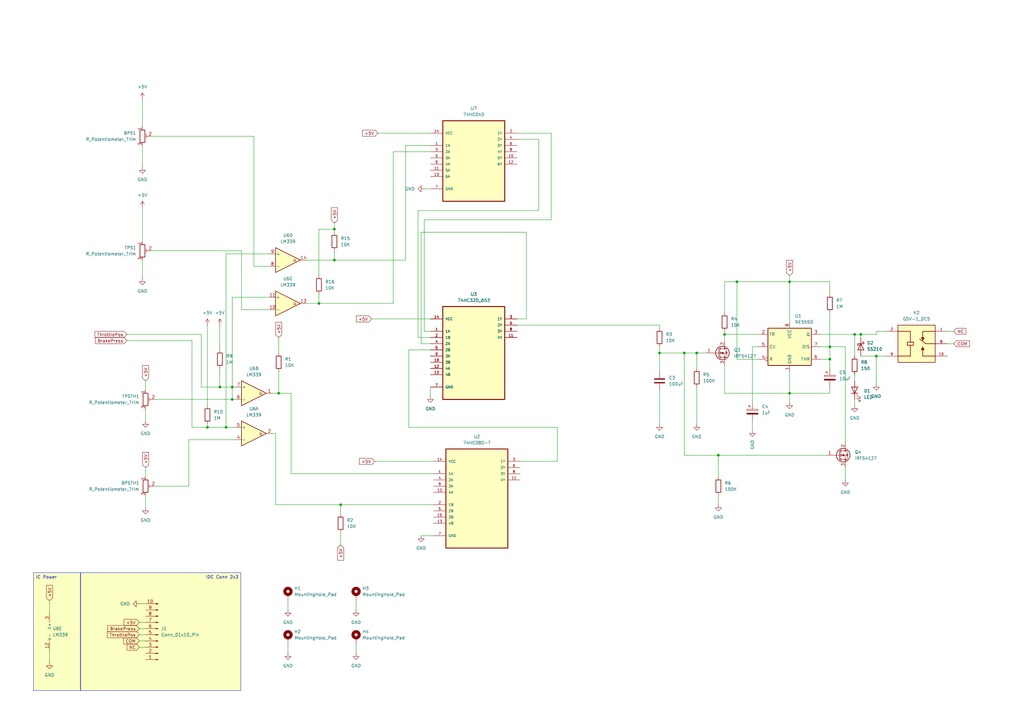
<source format=kicad_sch>
(kicad_sch (version 20231120) (generator "eeschema") (generator_version "8.0")
  (paper "A3")
  (title_block (title "BSPD Bimasakti Racing Team BM-13 Hybrid Evo") (date "2025-01-08") (company "Bimasakti Racing Team"))
  (lib_symbols
    (symbol "74HC04D:74HC04D" (pin_names (offset 1.016))
      (property "Reference" "U" (at -5.4472 15.2217 0))
      (property "Value" "74HC04D" (at -4.5244 -24.9604 0))
      (symbol "74HC04D_0_0"
        (rectangle (start -12.7 -20.32) (end 12.7 12.7) (stroke (width 0.4064)) (fill (type background)))
        (pin input line (at -17.78 2.54 0) (length 5.08) (name "1A") (number "1"))
        (pin output line (at 17.78 -2.54 180) (length 5.08) (name "5Y") (number "10"))
        (pin input line (at -17.78 -7.62 0) (length 5.08) (name "5A") (number "11"))
        (pin output line (at 17.78 -5.08 180) (length 5.08) (name "6Y") (number "12"))
        (pin input line (at -17.78 -10.16 0) (length 5.08) (name "6A") (number "13"))
        (pin power_in line (at -17.78 7.62 0) (length 5.08) (name "VCC") (number "14"))
        (pin output line (at 17.78 7.62 180) (length 5.08) (name "1Y") (number "2"))
        (pin input line (at -17.78 0 0) (length 5.08) (name "2A") (number "3"))
        (pin output line (at 17.78 5.08 180) (length 5.08) (name "2Y") (number "4"))
        (pin input line (at -17.78 -2.54 0) (length 5.08) (name "3A") (number "5"))
        (pin output line (at 17.78 2.54 180) (length 5.08) (name "3Y") (number "6"))
        (pin passive line (at -17.78 -15.24 0) (length 5.08) (name "GND") (number "7"))
        (pin output line (at 17.78 0 180) (length 5.08) (name "4Y") (number "8"))
        (pin input line (at -17.78 -5.08 0) (length 5.08) (name "4A") (number "9"))
      )
    )
    (symbol "74HC08D-T:74HC08D-T" (pin_names (offset 1.016))
      (property "Reference" "U" (at -5.364 20.5915 0))
      (property "Value" "74HC08D-T" (at -4.3726 -27.659 0))
      (symbol "74HC08D-T_0_0"
        (rectangle (start -12.7 -22.86) (end 12.7 17.78) (stroke (width 0.4064)) (fill (type background)))
        (pin input line (at -17.78 7.62 0) (length 5.08) (name "1A") (number "1"))
        (pin input line (at -17.78 -10.16 0) (length 5.08) (name "3B") (number "10"))
        (pin output line (at 17.78 5.08 180) (length 5.08) (name "4Y") (number "11"))
        (pin input line (at -17.78 0 0) (length 5.08) (name "4A") (number "12"))
        (pin input line (at -17.78 -12.7 0) (length 5.08) (name "4B") (number "13"))
        (pin power_in line (at -17.78 12.7 0) (length 5.08) (name "VCC") (number "14"))
        (pin input line (at -17.78 -5.08 0) (length 5.08) (name "1B") (number "2"))
        (pin output line (at 17.78 12.7 180) (length 5.08) (name "1Y") (number "3"))
        (pin input line (at -17.78 5.08 0) (length 5.08) (name "2A") (number "4"))
        (pin input line (at -17.78 -7.62 0) (length 5.08) (name "2B") (number "5"))
        (pin output line (at 17.78 10.16 180) (length 5.08) (name "2Y") (number "6"))
        (pin passive line (at -17.78 -17.78 0) (length 5.08) (name "GND") (number "7"))
        (pin output line (at 17.78 7.62 180) (length 5.08) (name "3Y") (number "8"))
        (pin input line (at -17.78 2.54 0) (length 5.08) (name "3A") (number "9"))
      )
    )
    (symbol "74HC32D_653:74HC32D_653" (pin_names (offset 1.016))
      (property "Reference" "U" (at -5.4643 17.7909 0))
      (property "Value" "74HC32D_653" (at -4.903 -27.0806 0))
      (symbol "74HC32D_653_0_0"
        (rectangle (start -12.7 -22.86) (end 12.7 15.24) (stroke (width 0.4064)) (fill (type background)))
        (pin input line (at -17.78 5.08 0) (length 5.08) (name "1A") (number "1"))
        (pin input line (at -17.78 -7.62 0) (length 5.08) (name "3B") (number "10"))
        (pin output line (at 17.78 2.54 180) (length 5.08) (name "4Y") (number "11"))
        (pin input line (at -17.78 -10.16 0) (length 5.08) (name "4A") (number "12"))
        (pin input line (at -17.78 -12.7 0) (length 5.08) (name "4B") (number "13"))
        (pin power_in line (at -17.78 10.16 0) (length 5.08) (name "VCC") (number "14"))
        (pin input line (at -17.78 2.54 0) (length 5.08) (name "1B") (number "2"))
        (pin output line (at 17.78 10.16 180) (length 5.08) (name "1Y") (number "3"))
        (pin input line (at -17.78 0 0) (length 5.08) (name "2A") (number "4"))
        (pin input line (at -17.78 -2.54 0) (length 5.08) (name "2B") (number "5"))
        (pin output line (at 17.78 7.62 180) (length 5.08) (name "2Y") (number "6"))
        (pin passive line (at -17.78 -17.78 0) (length 5.08) (name "GND") (number "7"))
        (pin output line (at 17.78 5.08 180) (length 5.08) (name "3Y") (number "8"))
        (pin input line (at -17.78 -5.08 0) (length 5.08) (name "3A") (number "9"))
      )
    )
    (symbol "Comparator:LM339" (pin_names (offset 0.127))
      (property "Reference" "U" (at 0 5.08 0))
      (property "Value" "LM339" (at 0 -5.08 0))
      (symbol "LM339_1_1"
        (polyline (pts (xy -5.08 5.08) (xy 5.08 0) (xy -5.08 -5.08) (xy -5.08 5.08)) (stroke (width 0.254)) (fill (type background)))
        (polyline (pts (xy 3.302 -0.508) (xy 2.794 -0.508) (xy 3.302 0) (xy 2.794 0.508) (xy 2.286 0) (xy 2.794 -0.508) (xy 2.286 -0.508)) (stroke (width 0.127)))
        (pin open_collector line (at 7.62 0 180) (length 2.54) (name "~") (number "2"))
        (pin input line (at -7.62 -2.54 0) (length 2.54) (name "-") (number "4"))
        (pin input line (at -7.62 2.54 0) (length 2.54) (name "+") (number "5"))
      )
      (symbol "LM339_2_1"
        (polyline (pts (xy -5.08 5.08) (xy 5.08 0) (xy -5.08 -5.08) (xy -5.08 5.08)) (stroke (width 0.254)) (fill (type background)))
        (polyline (pts (xy 3.302 -0.508) (xy 2.794 -0.508) (xy 3.302 0) (xy 2.794 0.508) (xy 2.286 0) (xy 2.794 -0.508) (xy 2.286 -0.508)) (stroke (width 0.127)))
        (pin open_collector line (at 7.62 0 180) (length 2.54) (name "~") (number "1"))
        (pin input line (at -7.62 -2.54 0) (length 2.54) (name "-") (number "6"))
        (pin input line (at -7.62 2.54 0) (length 2.54) (name "+") (number "7"))
      )
      (symbol "LM339_3_1"
        (polyline (pts (xy -5.08 5.08) (xy 5.08 0) (xy -5.08 -5.08) (xy -5.08 5.08)) (stroke (width 0.254)) (fill (type background)))
        (polyline (pts (xy 3.302 -0.508) (xy 2.794 -0.508) (xy 3.302 0) (xy 2.794 0.508) (xy 2.286 0) (xy 2.794 -0.508) (xy 2.286 -0.508)) (stroke (width 0.127)))
        (pin input line (at -7.62 -2.54 0) (length 2.54) (name "-") (number "10"))
        (pin input line (at -7.62 2.54 0) (length 2.54) (name "+") (number "11"))
        (pin open_collector line (at 7.62 0 180) (length 2.54) (name "~") (number "13"))
      )
      (symbol "LM339_4_1"
        (polyline (pts (xy -5.08 5.08) (xy 5.08 0) (xy -5.08 -5.08) (xy -5.08 5.08)) (stroke (width 0.254)) (fill (type background)))
        (polyline (pts (xy 3.302 -0.508) (xy 2.794 -0.508) (xy 3.302 0) (xy 2.794 0.508) (xy 2.286 0) (xy 2.794 -0.508) (xy 2.286 -0.508)) (stroke (width 0.127)))
        (pin open_collector line (at 7.62 0 180) (length 2.54) (name "~") (number "14"))
        (pin input line (at -7.62 -2.54 0) (length 2.54) (name "-") (number "8"))
        (pin input line (at -7.62 2.54 0) (length 2.54) (name "+") (number "9"))
      )
      (symbol "LM339_5_1"
        (pin power_in line (at -2.54 -7.62 90) (length 3.81) (name "V-") (number "12"))
        (pin power_in line (at -2.54 7.62 270) (length 3.81) (name "V+") (number "3"))
      )
    )
    (symbol "Connector:Conn_01x10_Pin" (pin_names (offset 1.016) hide)
      (property "Reference" "J" (at 0 12.7 0))
      (property "Value" "Conn_01x10_Pin" (at 0 -15.24 0))
      (symbol "Conn_01x10_Pin_1_1"
        (polyline (pts (xy 1.27 -12.7) (xy 0.8636 -12.7)) (stroke (width 0.1524)))
        (polyline (pts (xy 1.27 -10.16) (xy 0.8636 -10.16)) (stroke (width 0.1524)))
        (polyline (pts (xy 1.27 -7.62) (xy 0.8636 -7.62)) (stroke (width 0.1524)))
        (polyline (pts (xy 1.27 -5.08) (xy 0.8636 -5.08)) (stroke (width 0.1524)))
        (polyline (pts (xy 1.27 -2.54) (xy 0.8636 -2.54)) (stroke (width 0.1524)))
        (polyline (pts (xy 1.27 0) (xy 0.8636 0)) (stroke (width 0.1524)))
        (polyline (pts (xy 1.27 2.54) (xy 0.8636 2.54)) (stroke (width 0.1524)))
        (polyline (pts (xy 1.27 5.08) (xy 0.8636 5.08)) (stroke (width 0.1524)))
        (polyline (pts (xy 1.27 7.62) (xy 0.8636 7.62)) (stroke (width 0.1524)))
        (polyline (pts (xy 1.27 10.16) (xy 0.8636 10.16)) (stroke (width 0.1524)))
        (rectangle (start 0.8636 -12.573) (end 0 -12.827) (stroke (width 0.1524)) (fill (type outline)))
        (rectangle (start 0.8636 -10.033) (end 0 -10.287) (stroke (width 0.1524)) (fill (type outline)))
        (rectangle (start 0.8636 -7.493) (end 0 -7.747) (stroke (width 0.1524)) (fill (type outline)))
        (rectangle (start 0.8636 -4.953) (end 0 -5.207) (stroke (width 0.1524)) (fill (type outline)))
        (rectangle (start 0.8636 -2.413) (end 0 -2.667) (stroke (width 0.1524)) (fill (type outline)))
        (rectangle (start 0.8636 0.127) (end 0 -0.127) (stroke (width 0.1524)) (fill (type outline)))
        (rectangle (start 0.8636 2.667) (end 0 2.413) (stroke (width 0.1524)) (fill (type outline)))
        (rectangle (start 0.8636 5.207) (end 0 4.953) (stroke (width 0.1524)) (fill (type outline)))
        (rectangle (start 0.8636 7.747) (end 0 7.493) (stroke (width 0.1524)) (fill (type outline)))
        (rectangle (start 0.8636 10.287) (end 0 10.033) (stroke (width 0.1524)) (fill (type outline)))
        (pin passive line (at 5.08 10.16 180) (length 3.81) (name "Pin_1") (number "1"))
        (pin passive line (at 5.08 -12.7 180) (length 3.81) (name "Pin_10") (number "10"))
        (pin passive line (at 5.08 7.62 180) (length 3.81) (name "Pin_2") (number "2"))
        (pin passive line (at 5.08 5.08 180) (length 3.81) (name "Pin_3") (number "3"))
        (pin passive line (at 5.08 2.54 180) (length 3.81) (name "Pin_4") (number "4"))
        (pin passive line (at 5.08 0 180) (length 3.81) (name "Pin_5") (number "5"))
        (pin passive line (at 5.08 -2.54 180) (length 3.81) (name "Pin_6") (number "6"))
        (pin passive line (at 5.08 -5.08 180) (length 3.81) (name "Pin_7") (number "7"))
        (pin passive line (at 5.08 -7.62 180) (length 3.81) (name "Pin_8") (number "8"))
        (pin passive line (at 5.08 -10.16 180) (length 3.81) (name "Pin_9") (number "9"))
      )
    )
    (symbol "Device:C" (pin_numbers hide) (pin_names (offset 0.254))
      (property "Reference" "C" (at 0.635 2.54 0))
      (property "Value" "C" (at 0.635 -2.54 0))
      (symbol "C_0_1"
        (polyline (pts (xy -2.032 -0.762) (xy 2.032 -0.762)) (stroke (width 0.508)))
        (polyline (pts (xy -2.032 0.762) (xy 2.032 0.762)) (stroke (width 0.508)))
      )
      (symbol "C_1_1"
        (pin passive line (at 0 3.81 270) (length 2.794) (name "~") (number "1"))
        (pin passive line (at 0 -3.81 90) (length 2.794) (name "~") (number "2"))
      )
    )
    (symbol "Device:C_Polarized" (pin_numbers hide) (pin_names (offset 0.254))
      (property "Reference" "C" (at 0.635 2.54 0))
      (property "Value" "C_Polarized" (at 0.635 -2.54 0))
      (symbol "C_Polarized_0_1"
        (rectangle (start -2.286 0.508) (end 2.286 1.016))
        (polyline (pts (xy -1.778 2.286) (xy -0.762 2.286)))
        (polyline (pts (xy -1.27 2.794) (xy -1.27 1.778)))
        (rectangle (start 2.286 -0.508) (end -2.286 -1.016) (fill (type outline)))
      )
      (symbol "C_Polarized_1_1"
        (pin passive line (at 0 3.81 270) (length 2.794) (name "~") (number "1"))
        (pin passive line (at 0 -3.81 90) (length 2.794) (name "~") (number "2"))
      )
    )
    (symbol "Device:LED" (pin_numbers hide) (pin_names (offset 1.016) hide)
      (property "Reference" "D" (at 0 2.54 0))
      (property "Value" "LED" (at 0 -2.54 0))
      (symbol "LED_0_1"
        (polyline (pts (xy -1.27 -1.27) (xy -1.27 1.27)) (stroke (width 0.254)))
        (polyline (pts (xy -1.27 0) (xy 1.27 0)))
        (polyline (pts (xy 1.27 -1.27) (xy 1.27 1.27) (xy -1.27 0) (xy 1.27 -1.27)) (stroke (width 0.254)))
        (polyline (pts (xy -3.048 -0.762) (xy -4.572 -2.286) (xy -3.81 -2.286) (xy -4.572 -2.286) (xy -4.572 -1.524)))
        (polyline (pts (xy -1.778 -0.762) (xy -3.302 -2.286) (xy -2.54 -2.286) (xy -3.302 -2.286) (xy -3.302 -1.524)))
      )
      (symbol "LED_1_1"
        (pin passive line (at -3.81 0 0) (length 2.54) (name "K") (number "1"))
        (pin passive line (at 3.81 0 180) (length 2.54) (name "A") (number "2"))
      )
    )
    (symbol "Device:R" (pin_numbers hide) (pin_names (offset 0))
      (property "Reference" "R" (at 2.032 0 90))
      (property "Value" "R" (at 0 0 90))
      (symbol "R_0_1"
        (rectangle (start -1.016 -2.54) (end 1.016 2.54) (stroke (width 0.254)))
      )
      (symbol "R_1_1"
        (pin passive line (at 0 3.81 270) (length 1.27) (name "~") (number "1"))
        (pin passive line (at 0 -3.81 90) (length 1.27) (name "~") (number "2"))
      )
    )
    (symbol "Device:R_Potentiometer_Trim" (pin_names (offset 1.016) hide)
      (property "Reference" "RV" (at -4.445 0 90))
      (property "Value" "R_Potentiometer_Trim" (at -2.54 0 90))
      (symbol "R_Potentiometer_Trim_0_1"
        (polyline (pts (xy 1.524 0.762) (xy 1.524 -0.762)))
        (polyline (pts (xy 2.54 0) (xy 1.524 0)))
        (rectangle (start 1.016 2.54) (end -1.016 -2.54) (stroke (width 0.254)))
      )
      (symbol "R_Potentiometer_Trim_1_1"
        (pin passive line (at 0 3.81 270) (length 1.27) (name "1") (number "1"))
        (pin passive line (at 3.81 0 180) (length 1.27) (name "2") (number "2"))
        (pin passive line (at 0 -3.81 90) (length 1.27) (name "3") (number "3"))
      )
    )
    (symbol "Diode:SS210" (pin_numbers hide) (pin_names (offset 1.016) hide)
      (property "Reference" "D" (at 0 2.54 0))
      (property "Value" "SS210" (at 0 -2.54 0))
      (symbol "SS210_0_1"
        (polyline (pts (xy 1.27 0) (xy -1.27 0)))
        (polyline (pts (xy 1.27 1.27) (xy 1.27 -1.27) (xy -1.27 0) (xy 1.27 1.27)) (stroke (width 0.254)))
        (polyline (pts (xy -1.905 0.635) (xy -1.905 1.27) (xy -1.27 1.27) (xy -1.27 -1.27) (xy -0.635 -1.27) (xy -0.635 -0.635)) (stroke (width 0.254)))
      )
      (symbol "SS210_1_1"
        (pin passive line (at -3.81 0 0) (length 2.54) (name "K") (number "1"))
        (pin passive line (at 3.81 0 180) (length 2.54) (name "A") (number "2"))
      )
    )
    (symbol "G5V-1_DC5:G5V-1_DC5" (pin_names (offset 1.016))
      (property "Reference" "K" (at -7.62 8.382 0))
      (property "Value" "G5V-1_DC5" (at -7.62 -10.16 0))
      (symbol "G5V-1_DC5_0_0"
        (rectangle (start -7.62 -7.62) (end 7.62 7.62) (stroke (width 0.254)) (fill (type background)))
        (polyline (pts (xy -7.62 -5.08) (xy -2.54 -5.08)) (stroke (width 0.254)))
        (polyline (pts (xy -7.62 5.08) (xy -2.54 5.08)) (stroke (width 0.254)))
        (polyline (pts (xy -3.81 -0.635) (xy -3.81 0.635)) (stroke (width 0.254)))
        (polyline (pts (xy -3.81 0.635) (xy -2.54 0.635)) (stroke (width 0.254)))
        (polyline (pts (xy -2.54 -0.635) (xy -3.81 -0.635)) (stroke (width 0.254)))
        (polyline (pts (xy -2.54 -0.635) (xy -2.54 -5.08)) (stroke (width 0.254)))
        (polyline (pts (xy -2.54 0.635) (xy -1.27 0.635)) (stroke (width 0.254)))
        (polyline (pts (xy -2.54 5.08) (xy -2.54 0.635)) (stroke (width 0.254)))
        (polyline (pts (xy -1.27 -0.635) (xy -2.54 -0.635)) (stroke (width 0.254)))
        (polyline (pts (xy -1.27 0.635) (xy -1.27 -0.635)) (stroke (width 0.254)))
        (polyline (pts (xy 2.54 -5.08) (xy 2.54 -2.54)) (stroke (width 0.254)))
        (polyline (pts (xy 2.54 5.08) (xy 2.54 2.54)) (stroke (width 0.254)))
        (polyline (pts (xy 2.54 5.08) (xy 7.62 5.08)) (stroke (width 0.254)))
        (polyline (pts (xy 3.81 0) (xy 1.27 1.905)) (stroke (width 0.254)))
        (polyline (pts (xy 7.62 -5.08) (xy 2.54 -5.08)) (stroke (width 0.254)))
        (polyline (pts (xy 7.62 0) (xy 3.81 0)) (stroke (width 0.254)))
        (polyline (pts (xy 1.905 -2.54) (xy 3.175 -2.54) (xy 2.54 -1.27) (xy 1.905 -2.54)) (stroke (width 0.1524)) (fill (type outline)))
        (polyline (pts (xy 3.175 2.54) (xy 1.905 2.54) (xy 2.54 1.27) (xy 3.175 2.54)) (stroke (width 0.1524)) (fill (type outline)))
        (pin passive line (at 12.7 5.08 180) (length 5.08) (name "~") (number "1"))
        (pin passive line (at 12.7 -5.08 180) (length 5.08) (name "~") (number "10"))
        (pin passive line (at -12.7 5.08 0) (length 5.08) (name "~") (number "2"))
        (pin passive line (at 12.7 0 180) (length 5.08) (name "~") (number "5"))
        (pin passive line (at 12.7 0 180) (length 5.08) (name "~") (number "6"))
        (pin passive line (at -12.7 -5.08 0) (length 5.08) (name "~") (number "9"))
      )
    )
    (symbol "Mechanical:MountingHole_Pad" (pin_numbers hide) (pin_names (offset 1.016) hide) (exclude_from_sim yes) (in_bom no)
      (property "Reference" "H" (at 0 6.35 0))
      (property "Value" "MountingHole_Pad" (at 0 4.445 0))
      (symbol "MountingHole_Pad_0_1"
        (circle (center 0 1.27) (radius 1.27) (stroke (width 1.27)))
      )
      (symbol "MountingHole_Pad_1_1"
        (pin input line (at 0 -2.54 90) (length 2.54) (name "1") (number "1"))
      )
    )
    (symbol "Timer:NE555D"
      (property "Reference" "U" (at -10.16 8.89 0))
      (property "Value" "NE555D" (at 2.54 8.89 0))
      (symbol "NE555D_0_0"
        (pin power_in line (at 0 -10.16 90) (length 2.54) (name "GND") (number "1"))
        (pin power_in line (at 0 10.16 270) (length 2.54) (name "VCC") (number "8"))
      )
      (symbol "NE555D_0_1"
        (rectangle (start -8.89 -7.62) (end 8.89 7.62) (stroke (width 0.254)) (fill (type background)))
        (rectangle (start -8.89 -7.62) (end 8.89 7.62) (stroke (width 0.254)) (fill (type background)))
      )
      (symbol "NE555D_1_1"
        (pin input line (at -12.7 5.08 0) (length 3.81) (name "TR") (number "2"))
        (pin output line (at 12.7 5.08 180) (length 3.81) (name "Q") (number "3"))
        (pin input inverted (at -12.7 -5.08 0) (length 3.81) (name "R") (number "4"))
        (pin input line (at -12.7 0 0) (length 3.81) (name "CV") (number "5"))
        (pin input line (at 12.7 -5.08 180) (length 3.81) (name "THR") (number "6"))
        (pin input line (at 12.7 0 180) (length 3.81) (name "DIS") (number "7"))
      )
    )
    (symbol "Transistor_FET:IRFS4127" (pin_names hide)
      (property "Reference" "Q" (at 5.08 1.905 0))
      (property "Value" "IRFS4127" (at 5.08 0 0))
      (symbol "IRFS4127_0_1"
        (polyline (pts (xy 0.254 0) (xy -2.54 0)))
        (polyline (pts (xy 0.254 1.905) (xy 0.254 -1.905)) (stroke (width 0.254)))
        (polyline (pts (xy 0.762 -1.27) (xy 0.762 -2.286)) (stroke (width 0.254)))
        (polyline (pts (xy 0.762 0.508) (xy 0.762 -0.508)) (stroke (width 0.254)))
        (polyline (pts (xy 0.762 2.286) (xy 0.762 1.27)) (stroke (width 0.254)))
        (polyline (pts (xy 2.54 2.54) (xy 2.54 1.778)))
        (polyline (pts (xy 2.54 -2.54) (xy 2.54 0) (xy 0.762 0)))
        (polyline (pts (xy 0.762 -1.778) (xy 3.302 -1.778) (xy 3.302 1.778) (xy 0.762 1.778)))
        (polyline (pts (xy 1.016 0) (xy 2.032 0.381) (xy 2.032 -0.381) (xy 1.016 0)) (fill (type outline)))
        (polyline (pts (xy 2.794 0.508) (xy 2.921 0.381) (xy 3.683 0.381) (xy 3.81 0.254)))
        (polyline (pts (xy 3.302 0.381) (xy 2.921 -0.254) (xy 3.683 -0.254) (xy 3.302 0.381)))
        (circle (center 1.651 0) (radius 2.794) (stroke (width 0.254)))
        (circle (center 2.54 -1.778) (radius 0.254) (fill (type outline)))
        (circle (center 2.54 1.778) (radius 0.254) (fill (type outline)))
      )
      (symbol "IRFS4127_1_1"
        (pin passive line (at -5.08 0 0) (length 2.54) (name "G") (number "1"))
        (pin passive line (at 2.54 5.08 270) (length 2.54) (name "D") (number "2"))
        (pin passive line (at 2.54 -5.08 90) (length 2.54) (name "S") (number "3"))
      )
    )
    (symbol "power:+5V" (power) (pin_numbers hide) (pin_names (offset 0) hide)
      (property "Value" "+5V" (at 0 3.556 0))
      (symbol "+5V_0_1"
        (polyline (pts (xy -0.762 1.27) (xy 0 2.54)))
        (polyline (pts (xy 0 0) (xy 0 2.54)))
        (polyline (pts (xy 0 2.54) (xy 0.762 1.27)))
      )
      (symbol "+5V_1_1"
        (pin power_in line (at 0 0 90) (length 0) (name "~") (number "1"))
      )
    )
    (symbol "power:GND" (power) (pin_numbers hide) (pin_names (offset 0) hide)
      (property "Value" "GND" (at 0 -3.81 0))
      (symbol "GND_0_1"
        (polyline (pts (xy 0 0) (xy 0 -1.27) (xy 1.27 -1.27) (xy 0 -2.54) (xy -1.27 -1.27) (xy 0 -1.27)))
      )
      (symbol "GND_1_1"
        (pin power_in line (at 0 0 270) (length 0) (name "~") (number "1"))
      )
    )
  )
  (junction (at 95.25 163.83))
  (junction (at 323.85 115.57))
  (junction (at 359.41 146.05))
  (junction (at 137.16 93.98))
  (junction (at 95.25 158.75))
  (junction (at 85.09 175.26))
  (junction (at 139.7 207.01))
  (junction (at 297.18 137.16))
  (junction (at 280.67 144.78))
  (junction (at 137.16 106.68))
  (junction (at 285.75 144.78))
  (junction (at 340.36 142.24))
  (junction (at 340.36 147.32))
  (junction (at 323.85 161.29))
  (junction (at 114.3 161.29))
  (junction (at 90.17 158.75))
  (junction (at 294.64 186.69))
  (junction (at 130.81 124.46))
  (junction (at 92.71 175.26))
  (junction (at 353.06 137.16))
  (junction (at 270.51 144.78))
  (junction (at 350.52 137.16))
  (junction (at 302.26 115.57))
  (wire (pts (xy 57.15 265.43) (xy 59.69 265.43)))
  (wire (pts (xy 58.42 85.09) (xy 58.42 99.06)))
  (wire (pts (xy 270.51 160.02) (xy 270.51 173.99)))
  (wire (pts (xy 280.67 144.78) (xy 280.67 186.69)))
  (wire (pts (xy 95.25 163.83) (xy 96.52 163.83)))
  (wire (pts (xy 294.64 195.58) (xy 294.64 186.69)))
  (wire (pts (xy 130.81 124.46) (xy 161.29 124.46)))
  (wire (pts (xy 285.75 144.78) (xy 289.56 144.78)))
  (wire (pts (xy 297.18 115.57) (xy 302.26 115.57)))
  (wire (pts (xy 212.09 130.81) (xy 215.9 130.81)))
  (wire (pts (xy 228.6 175.26) (xy 167.64 175.26)))
  (wire (pts (xy 139.7 207.01) (xy 177.8 207.01)))
  (wire (pts (xy 311.15 142.24) (xy 308.61 142.24)))
  (wire (pts (xy 85.09 133.35) (xy 85.09 166.37)))
  (wire (pts (xy 58.42 106.68) (xy 58.42 114.3)))
  (wire (pts (xy 346.71 191.77) (xy 346.71 196.85)))
  (wire (pts (xy 146.05 246.38) (xy 146.05 250.19)))
  (wire (pts (xy 58.42 40.64) (xy 58.42 52.07)))
  (wire (pts (xy 119.38 194.31) (xy 177.8 194.31)))
  (wire (pts (xy 215.9 130.81) (xy 215.9 95.25)))
  (wire (pts (xy 336.55 137.16) (xy 350.52 137.16)))
  (wire (pts (xy 59.69 156.21) (xy 59.69 160.02)))
  (wire (pts (xy 166.37 59.69) (xy 166.37 106.68)))
  (wire (pts (xy 294.64 186.69) (xy 339.09 186.69)))
  (wire (pts (xy 95.25 121.92) (xy 95.25 158.75)))
  (wire (pts (xy 308.61 176.53) (xy 308.61 172.72)))
  (wire (pts (xy 130.81 120.65) (xy 130.81 124.46)))
  (wire (pts (xy 57.15 262.89) (xy 59.69 262.89)))
  (wire (pts (xy 95.25 158.75) (xy 96.52 158.75)))
  (wire (pts (xy 177.8 219.71) (xy 172.72 219.71)))
  (wire (pts (xy 146.05 264.16) (xy 146.05 267.97)))
  (wire (pts (xy 153.67 189.23) (xy 177.8 189.23)))
  (wire (pts (xy 82.55 137.16) (xy 82.55 158.75)))
  (wire (pts (xy 77.47 180.34) (xy 96.52 180.34)))
  (wire (pts (xy 302.26 115.57) (xy 323.85 115.57)))
  (wire (pts (xy 57.15 255.27) (xy 59.69 255.27)))
  (wire (pts (xy 161.29 62.23) (xy 161.29 124.46)))
  (wire (pts (xy 85.09 175.26) (xy 92.71 175.26)))
  (wire (pts (xy 62.23 102.87) (xy 99.06 102.87)))
  (wire (pts (xy 85.09 173.99) (xy 85.09 175.26)))
  (wire (pts (xy 90.17 151.13) (xy 90.17 158.75)))
  (wire (pts (xy 137.16 93.98) (xy 130.81 93.98)))
  (wire (pts (xy 104.14 109.22) (xy 110.49 109.22)))
  (wire (pts (xy 118.11 264.16) (xy 118.11 267.97)))
  (wire (pts (xy 172.72 95.25) (xy 172.72 140.97)))
  (wire (pts (xy 171.45 86.36) (xy 220.98 86.36)))
  (wire (pts (xy 308.61 142.24) (xy 308.61 165.1)))
  (wire (pts (xy 59.69 167.64) (xy 59.69 172.72)))
  (wire (pts (xy 172.72 140.97) (xy 176.53 140.97)))
  (wire (pts (xy 57.15 247.65) (xy 59.69 247.65)))
  (wire (pts (xy 78.74 175.26) (xy 85.09 175.26)))
  (wire (pts (xy 113.03 207.01) (xy 113.03 177.8)))
  (wire (pts (xy 111.76 161.29) (xy 114.3 161.29)))
  (wire (pts (xy 285.75 158.75) (xy 285.75 173.99)))
  (wire (pts (xy 340.36 147.32) (xy 340.36 151.13)))
  (wire (pts (xy 336.55 142.24) (xy 340.36 142.24)))
  (wire (pts (xy 152.4 130.81) (xy 176.53 130.81)))
  (wire (pts (xy 63.5 163.83) (xy 95.25 163.83)))
  (wire (pts (xy 118.11 246.38) (xy 118.11 250.19)))
  (wire (pts (xy 92.71 175.26) (xy 96.52 175.26)))
  (wire (pts (xy 340.36 142.24) (xy 346.71 142.24)))
  (wire (pts (xy 111.76 177.8) (xy 113.03 177.8)))
  (wire (pts (xy 359.41 137.16) (xy 359.41 135.89)))
  (wire (pts (xy 52.07 139.7) (xy 78.74 139.7)))
  (wire (pts (xy 294.64 203.2) (xy 294.64 207.01)))
  (wire (pts (xy 280.67 144.78) (xy 285.75 144.78)))
  (wire (pts (xy 137.16 91.44) (xy 137.16 93.98)))
  (wire (pts (xy 95.25 121.92) (xy 110.49 121.92)))
  (wire (pts (xy 297.18 149.86) (xy 297.18 161.29)))
  (wire (pts (xy 59.69 191.77) (xy 59.69 195.58)))
  (wire (pts (xy 213.36 189.23) (xy 228.6 189.23)))
  (wire (pts (xy 340.36 120.65) (xy 340.36 115.57)))
  (wire (pts (xy 297.18 137.16) (xy 297.18 139.7)))
  (wire (pts (xy 139.7 218.44) (xy 139.7 223.52)))
  (wire (pts (xy 161.29 62.23) (xy 176.53 62.23)))
  (wire (pts (xy 119.38 194.31) (xy 119.38 161.29)))
  (wire (pts (xy 154.94 54.61) (xy 176.53 54.61)))
  (wire (pts (xy 176.53 158.75) (xy 176.53 162.56)))
  (wire (pts (xy 173.99 77.47) (xy 176.53 77.47)))
  (wire (pts (xy 20.32 266.7) (xy 20.32 271.78)))
  (wire (pts (xy 323.85 161.29) (xy 323.85 165.1)))
  (wire (pts (xy 297.18 137.16) (xy 311.15 137.16)))
  (wire (pts (xy 297.18 161.29) (xy 323.85 161.29)))
  (wire (pts (xy 104.14 55.88) (xy 104.14 109.22)))
  (wire (pts (xy 114.3 152.4) (xy 114.3 161.29)))
  (wire (pts (xy 220.98 57.15) (xy 212.09 57.15)))
  (wire (pts (xy 353.06 137.16) (xy 353.06 138.43)))
  (wire (pts (xy 171.45 138.43) (xy 171.45 86.36)))
  (wire (pts (xy 323.85 152.4) (xy 323.85 161.29)))
  (wire (pts (xy 359.41 146.05) (xy 359.41 157.48)))
  (wire (pts (xy 167.64 175.26) (xy 167.64 143.51)))
  (wire (pts (xy 176.53 138.43) (xy 171.45 138.43)))
  (wire (pts (xy 270.51 133.35) (xy 270.51 134.62)))
  (wire (pts (xy 99.06 127) (xy 110.49 127)))
  (wire (pts (xy 90.17 158.75) (xy 95.25 158.75)))
  (wire (pts (xy 226.06 54.61) (xy 226.06 90.17)))
  (wire (pts (xy 114.3 138.43) (xy 114.3 144.78)))
  (wire (pts (xy 90.17 133.35) (xy 90.17 143.51)))
  (wire (pts (xy 323.85 113.03) (xy 323.85 115.57)))
  (wire (pts (xy 346.71 142.24) (xy 346.71 181.61)))
  (wire (pts (xy 114.3 161.29) (xy 119.38 161.29)))
  (wire (pts (xy 167.64 143.51) (xy 176.53 143.51)))
  (wire (pts (xy 388.62 140.97) (xy 391.16 140.97)))
  (wire (pts (xy 353.06 137.16) (xy 359.41 137.16)))
  (wire (pts (xy 173.99 135.89) (xy 176.53 135.89)))
  (wire (pts (xy 350.52 137.16) (xy 353.06 137.16)))
  (wire (pts (xy 137.16 102.87) (xy 137.16 106.68)))
  (wire (pts (xy 139.7 210.82) (xy 139.7 207.01)))
  (wire (pts (xy 311.15 147.32) (xy 302.26 147.32)))
  (wire (pts (xy 125.73 124.46) (xy 130.81 124.46)))
  (wire (pts (xy 285.75 144.78) (xy 285.75 151.13)))
  (wire (pts (xy 359.41 135.89) (xy 363.22 135.89)))
  (wire (pts (xy 226.06 90.17) (xy 173.99 90.17)))
  (wire (pts (xy 212.09 133.35) (xy 270.51 133.35)))
  (wire (pts (xy 359.41 146.05) (xy 363.22 146.05)))
  (wire (pts (xy 99.06 102.87) (xy 99.06 127)))
  (wire (pts (xy 52.07 137.16) (xy 82.55 137.16)))
  (wire (pts (xy 220.98 86.36) (xy 220.98 57.15)))
  (wire (pts (xy 82.55 158.75) (xy 90.17 158.75)))
  (wire (pts (xy 57.15 257.81) (xy 59.69 257.81)))
  (wire (pts (xy 166.37 59.69) (xy 176.53 59.69)))
  (wire (pts (xy 340.36 115.57) (xy 323.85 115.57)))
  (wire (pts (xy 78.74 139.7) (xy 78.74 175.26)))
  (wire (pts (xy 350.52 163.83) (xy 350.52 166.37)))
  (wire (pts (xy 215.9 95.25) (xy 172.72 95.25)))
  (wire (pts (xy 137.16 93.98) (xy 137.16 95.25)))
  (wire (pts (xy 125.73 106.68) (xy 137.16 106.68)))
  (wire (pts (xy 270.51 144.78) (xy 270.51 152.4)))
  (wire (pts (xy 20.32 246.38) (xy 20.32 251.46)))
  (wire (pts (xy 323.85 115.57) (xy 323.85 132.08)))
  (wire (pts (xy 340.36 161.29) (xy 323.85 161.29)))
  (wire (pts (xy 297.18 128.27) (xy 297.18 115.57)))
  (wire (pts (xy 63.5 199.39) (xy 77.47 199.39)))
  (wire (pts (xy 137.16 106.68) (xy 166.37 106.68)))
  (wire (pts (xy 297.18 135.89) (xy 297.18 137.16)))
  (wire (pts (xy 270.51 144.78) (xy 280.67 144.78)))
  (wire (pts (xy 57.15 260.35) (xy 59.69 260.35)))
  (wire (pts (xy 388.62 135.89) (xy 391.16 135.89)))
  (wire (pts (xy 62.23 55.88) (xy 104.14 55.88)))
  (wire (pts (xy 280.67 186.69) (xy 294.64 186.69)))
  (wire (pts (xy 95.25 158.75) (xy 95.25 163.83)))
  (wire (pts (xy 350.52 153.67) (xy 350.52 156.21)))
  (wire (pts (xy 59.69 203.2) (xy 59.69 208.28)))
  (wire (pts (xy 340.36 147.32) (xy 336.55 147.32)))
  (wire (pts (xy 212.09 54.61) (xy 226.06 54.61)))
  (wire (pts (xy 130.81 93.98) (xy 130.81 113.03)))
  (wire (pts (xy 228.6 189.23) (xy 228.6 175.26)))
  (wire (pts (xy 58.42 59.69) (xy 58.42 68.58)))
  (wire (pts (xy 92.71 104.14) (xy 110.49 104.14)))
  (wire (pts (xy 173.99 90.17) (xy 173.99 135.89)))
  (wire (pts (xy 113.03 207.01) (xy 139.7 207.01)))
  (wire (pts (xy 340.36 158.75) (xy 340.36 161.29)))
  (wire (pts (xy 270.51 142.24) (xy 270.51 144.78)))
  (wire (pts (xy 302.26 147.32) (xy 302.26 115.57)))
  (wire (pts (xy 92.71 104.14) (xy 92.71 175.26)))
  (wire (pts (xy 77.47 199.39) (xy 77.47 180.34)))
  (wire (pts (xy 340.36 142.24) (xy 340.36 147.32)))
  (wire (pts (xy 350.52 137.16) (xy 350.52 146.05)))
  (wire (pts (xy 353.06 146.05) (xy 359.41 146.05)))
  (wire (pts (xy 340.36 128.27) (xy 340.36 142.24)))
  (text_box "IDC Conn 2x3" (at 33.02 234.95 0) (size 65.786 48.26) (fill (type color) (color 251 255 193 1)) (effects (font (size 1.27 1.27)) (justify right top)))
  (text_box "IC Power\n" (at 13.716 234.95 0) (size 19.304 48.26) (fill (type color) (color 251 255 193 1)) (effects (font (size 1.27 1.27)) (justify left top)))
  (global_label "COM" (shape input) (at 391.16 140.97 0) (property "Intersheetrefs" "${INTERSHEET_REFS}" (effects (hide yes))))
  (global_label "ThrottlePos" (shape input) (at 52.07 137.16 180) (property "Intersheetrefs" "${INTERSHEET_REFS}" (effects (hide yes))))
  (global_label "+5V" (shape input) (at 323.85 113.03 90) (property "Intersheetrefs" "${INTERSHEET_REFS}" (effects (hide yes))))
  (global_label "ThrottlePos" (shape input) (at 57.15 260.35 180) (property "Intersheetrefs" "${INTERSHEET_REFS}" (effects (hide yes))))
  (global_label "+5V" (shape input) (at 137.16 91.44 90) (property "Intersheetrefs" "${INTERSHEET_REFS}" (effects (hide yes))))
  (global_label "+5V" (shape input) (at 20.32 246.38 90) (property "Intersheetrefs" "${INTERSHEET_REFS}" (effects (hide yes))))
  (global_label "NC" (shape input) (at 391.16 135.89 0) (property "Intersheetrefs" "${INTERSHEET_REFS}" (effects (hide yes))))
  (global_label "+5V" (shape input) (at 153.67 189.23 180) (property "Intersheetrefs" "${INTERSHEET_REFS}" (effects (hide yes))))
  (global_label "+5V" (shape input) (at 59.69 191.77 90) (property "Intersheetrefs" "${INTERSHEET_REFS}" (effects (hide yes))))
  (global_label "+5V" (shape input) (at 59.69 156.21 90) (property "Intersheetrefs" "${INTERSHEET_REFS}" (effects (hide yes))))
  (global_label "+5V" (shape input) (at 152.4 130.81 180) (property "Intersheetrefs" "${INTERSHEET_REFS}" (effects (hide yes))))
  (global_label "BrakePress" (shape input) (at 57.15 257.81 180) (property "Intersheetrefs" "${INTERSHEET_REFS}" (effects (hide yes))))
  (global_label "+5V" (shape input) (at 154.94 54.61 180) (property "Intersheetrefs" "${INTERSHEET_REFS}" (effects (hide yes))))
  (global_label "+5V" (shape input) (at 114.3 138.43 90) (property "Intersheetrefs" "${INTERSHEET_REFS}" (effects (hide yes))))
  (global_label "COM" (shape input) (at 57.15 262.89 180) (property "Intersheetrefs" "${INTERSHEET_REFS}" (effects (hide yes))))
  (global_label "BrakePress" (shape input) (at 52.07 139.7 180) (property "Intersheetrefs" "${INTERSHEET_REFS}" (effects (hide yes))))
  (global_label "NC" (shape input) (at 57.15 265.43 180) (property "Intersheetrefs" "${INTERSHEET_REFS}" (effects (hide yes))))
  (global_label "+5V" (shape input) (at 57.15 255.27 180) (property "Intersheetrefs" "${INTERSHEET_REFS}" (effects (hide yes))))
  (global_label "+5V" (shape input) (at 139.7 223.52 270) (property "Intersheetrefs" "${INTERSHEET_REFS}" (effects (hide yes))))
  (symbol (lib_id "Device:R") (at 294.64 199.39 180) (unit 1)
    (property "Reference" "R6" (at 297.18 198.1199 0) (effects (justify right)))
    (property "Value" "100K" (at 297.18 200.6599 0) (effects (justify right)))
    (property "Footprint" "Resistor_SMD:R_1206_3216Metric_Pad1.30x1.75mm_HandSolder" (effects (hide yes)))
    (property "Description" "Resistor" (effects (hide yes)))
  )
  (symbol (lib_id "power:+5V") (at 90.17 133.35 0) (unit 1)
    (property "Reference" "#PWR021" (effects (hide yes)))
    (property "Value" "+5V" (at 90.17 128.27 0))
    (property "Description" "Power symbol creates a global label with name \"+5V\"" (effects (hide yes)))
  )
  (symbol (lib_id "Device:R_Potentiometer_Trim") (at 58.42 102.87 0) (unit 1)
    (property "Reference" "TPS1" (at 55.88 101.5999 0) (effects (justify right)))
    (property "Value" "R_Potentiometer_Trim" (at 55.88 104.1399 0) (effects (justify right)))
    (property "Footprint" "Potentiometer_THT:Potentiometer_Bourns_3296W_Vertical" (effects (hide yes)))
    (property "Description" "Trim-potentiometer" (effects (hide yes)))
  )
  (symbol (lib_id "Device:C_Polarized") (at 308.61 168.91 0) (unit 1)
    (property "Reference" "C4" (at 312.42 166.7509 0) (effects (justify left)))
    (property "Value" "1uF" (at 312.42 169.2909 0) (effects (justify left)))
    (property "Footprint" "Capacitor_SMD:C_0805_2012Metric_Pad1.18x1.45mm_HandSolder" (effects (hide yes)))
    (property "Description" "Polarized capacitor" (effects (hide yes)))
  )
  (symbol (lib_id "power:+5V") (at 58.42 85.09 0) (unit 1)
    (property "Reference" "#PWR023" (effects (hide yes)))
    (property "Value" "+5V" (at 58.42 80.01 0))
    (property "Description" "Power symbol creates a global label with name \"+5V\"" (effects (hide yes)))
  )
  (symbol (lib_id "power:GND") (at 270.51 173.99 0) (unit 1)
    (property "Reference" "#PWR011" (effects (hide yes)))
    (property "Value" "GND" (at 270.51 179.07 0))
    (property "Description" "Power symbol creates a global label with name \"GND\" , ground" (effects (hide yes)))
  )
  (symbol (lib_id "power:GND") (at 59.69 172.72 0) (unit 1)
    (property "Reference" "#PWR07" (effects (hide yes)))
    (property "Value" "GND" (at 59.69 177.8 0))
    (property "Description" "Power symbol creates a global label with name \"GND\" , ground" (effects (hide yes)))
  )
  (symbol (lib_id "Device:R") (at 139.7 214.63 0) (unit 1)
    (property "Reference" "R2" (at 142.24 213.3599 0) (effects (justify left)))
    (property "Value" "10K" (at 142.24 215.8999 0) (effects (justify left)))
    (property "Footprint" "Resistor_SMD:R_1206_3216Metric_Pad1.30x1.75mm_HandSolder" (effects (hide yes)))
    (property "Description" "Resistor" (effects (hide yes)))
  )
  (symbol (lib_id "Device:R") (at 340.36 124.46 180) (unit 1)
    (property "Reference" "R7" (at 342.9 123.1899 0) (effects (justify right)))
    (property "Value" "1M" (at 342.9 125.7299 0) (effects (justify right)))
    (property "Footprint" "Resistor_SMD:R_1206_3216Metric_Pad1.30x1.75mm_HandSolder" (effects (hide yes)))
    (property "Description" "Resistor" (effects (hide yes)))
  )
  (symbol (lib_id "power:GND") (at 57.15 247.65 270) (unit 1)
    (property "Reference" "#PWR01" (effects (hide yes)))
    (property "Value" "GND" (at 53.34 247.6499 90) (effects (justify right)))
    (property "Description" "Power symbol creates a global label with name \"GND\" , ground" (effects (hide yes)))
  )
  (symbol (lib_id "power:GND") (at 146.05 267.97 0) (unit 1)
    (property "Reference" "#PWR010" (effects (hide yes)))
    (property "Value" "GND" (at 146.05 273.05 0))
    (property "Description" "Power symbol creates a global label with name \"GND\" , ground" (effects (hide yes)))
  )
  (symbol (lib_id "Device:R") (at 285.75 154.94 180) (unit 1)
    (property "Reference" "R5" (at 288.29 153.6699 0) (effects (justify right)))
    (property "Value" "100K" (at 288.29 156.2099 0) (effects (justify right)))
    (property "Footprint" "Resistor_SMD:R_1206_3216Metric_Pad1.30x1.75mm_HandSolder" (effects (hide yes)))
    (property "Description" "Resistor" (effects (hide yes)))
  )
  (symbol (lib_id "74HC08D-T:74HC08D-T") (at 195.58 201.93 0) (unit 1)
    (property "Reference" "U2" (at 195.58 179.07 0))
    (property "Value" "74HC08D-T" (at 195.58 181.61 0))
    (property "Footprint" "ADD ON:SOIC127P600X175-14N" (effects (hide yes)))
    (property "MF" "NXP Semiconductors" (effects (hide yes)))
    (property "Description_1" "\n                        \n                            AND Gate IC 4 Channel  14-SO\n                        \n" (effects (hide yes)))
    (property "PACKAGE" "SOIC-14" (effects (hide yes)))
    (property "MPN" "74HC08D-T" (effects (hide yes)))
    (property "Price" "None" (effects (hide yes)))
    (property "Package" "SOIC-14 NXP Semiconductors" (effects (hide yes)))
    (property "OC_FARNELL" "-" (effects (hide yes)))
    (property "SnapEDA_Link" "https://www.snapeda.com/parts/74HC08D-T/NXP+Semiconductors/view-part/?ref=snap" (effects (hide yes)))
    (property "MP" "74HC08D-T" (effects (hide yes)))
    (property "SUPPLIER" "NXP" (effects (hide yes)))
    (property "OC_NEWARK" "11N8532" (effects (hide yes)))
    (property "Availability" "Not in stock" (effects (hide yes)))
    (property "Check_prices" "https://www.snapeda.com/parts/74HC08D-T/NXP+Semiconductors/view-part/?ref=eda" (effects (hide yes)))
  )
  (symbol (lib_id "Transistor_FET:IRFS4127") (at 344.17 186.69 0) (unit 1)
    (property "Reference" "Q4" (at 350.52 185.4199 0) (effects (justify left)))
    (property "Value" "IRFS4127" (at 350.52 187.9599 0) (effects (justify left)))
    (property "Footprint" "Package_TO_SOT_SMD:TO-263-2" (effects (hide yes)))
    (property "Datasheet" "https://www.infineon.com/dgdl/irfs4127pbf.pdf?fileId=5546d462533600a401535636ee7b2192" (effects (hide yes)))
    (property "Description" "72A Id, 200V Vds, 18.6mOhm Rds, N-Channel MOSFET, 18.6mOhm Ron, D2PAK" (effects (hide yes)))
  )
  (symbol (lib_id "Device:C_Polarized") (at 340.36 154.94 0) (unit 1)
    (property "Reference" "C5" (at 344.17 152.7809 0) (effects (justify left)))
    (property "Value" "10uF" (at 344.17 155.3209 0) (effects (justify left)))
    (property "Footprint" "Capacitor_SMD:CP_Elec_5x5.3" (effects (hide yes)))
    (property "Description" "Polarized capacitor" (effects (hide yes)))
  )
  (symbol (lib_id "power:GND") (at 350.52 166.37 0) (unit 1)
    (property "Reference" "#PWR04" (effects (hide yes)))
    (property "Value" "GND" (at 350.52 171.45 0))
    (property "Description" "Power symbol creates a global label with name \"GND\" , ground" (effects (hide yes)))
  )
  (symbol (lib_id "power:GND") (at 176.53 162.56 0) (unit 1)
    (property "Reference" "#PWR020" (effects (hide yes)))
    (property "Value" "GND" (at 176.53 167.64 0))
    (property "Description" "Power symbol creates a global label with name \"GND\" , ground" (effects (hide yes)))
  )
  (symbol (lib_id "Mechanical:MountingHole_Pad") (at 146.05 261.62 0) (unit 1) (exclude_from_sim yes) (in_bom no)
    (property "Reference" "H4" (at 148.59 259.0799 0) (effects (justify left)))
    (property "Value" "MountingHole_Pad" (at 148.59 261.6199 0) (effects (justify left)))
    (property "Footprint" "MountingHole:MountingHole_3.2mm_M3_Pad_TopBottom" (effects (hide yes)))
    (property "Description" "Mounting Hole with connection" (effects (hide yes)))
  )
  (symbol (lib_id "power:GND") (at 346.71 196.85 0) (unit 1)
    (property "Reference" "#PWR016" (effects (hide yes)))
    (property "Value" "GND" (at 346.71 201.93 0))
    (property "Description" "Power symbol creates a global label with name \"GND\" , ground" (effects (hide yes)))
  )
  (symbol (lib_id "Device:R_Potentiometer_Trim") (at 58.42 55.88 0) (unit 1)
    (property "Reference" "BPS1" (at 55.88 54.6099 0) (effects (justify right)))
    (property "Value" "R_Potentiometer_Trim" (at 55.88 57.1499 0) (effects (justify right)))
    (property "Footprint" "Potentiometer_THT:Potentiometer_Bourns_3296W_Vertical" (effects (hide yes)))
    (property "Description" "Trim-potentiometer" (effects (hide yes)))
  )
  (symbol (lib_id "Device:LED") (at 350.52 160.02 90) (unit 1)
    (property "Reference" "D1" (at 354.33 160.3374 90) (effects (justify right)))
    (property "Value" "LED" (at 354.33 162.8774 90) (effects (justify right)))
    (property "Footprint" "LED_SMD:LED_1206_3216Metric_Pad1.42x1.75mm_HandSolder" (effects (hide yes)))
    (property "Description" "Light emitting diode" (effects (hide yes)))
  )
  (symbol (lib_id "Comparator:LM339") (at 118.11 124.46 0) (unit 3)
    (property "Reference" "U6" (at 118.11 114.3 0))
    (property "Value" "LM339" (at 118.11 116.84 0))
    (property "Footprint" "Package_SO:SOIC-14_3.9x8.7mm_P1.27mm" (effects (hide yes)))
    (property "Datasheet" "https://www.st.com/resource/en/datasheet/lm139.pdf" (effects (hide yes)))
    (property "Description" "Quad Differential Comparators, SOIC-14/TSSOP-14" (effects (hide yes)))
  )
  (symbol (lib_id "power:GND") (at 58.42 114.3 0) (unit 1)
    (property "Reference" "#PWR017" (effects (hide yes)))
    (property "Value" "GND" (at 58.42 119.38 0))
    (property "Description" "Power symbol creates a global label with name \"GND\" , ground" (effects (hide yes)))
  )
  (symbol (lib_id "G5V-1_DC5:G5V-1_DC5") (at 375.92 140.97 0) (unit 1)
    (property "Reference" "K2" (at 375.92 128.27 0))
    (property "Value" "G5V-1_DC5" (at 375.92 130.81 0))
    (property "Footprint" "G5V-1_DC5:RELAY_G5V-1_DC5" (effects (hide yes)))
    (property "MF" "Omron" (effects (hide yes)))
    (property "MAXIMUM_PACKAGE_HEIGHT" "9.9mm" (effects (hide yes)))
    (property "Package" "None" (effects (hide yes)))
    (property "Price" "None" (effects (hide yes)))
    (property "Check_prices" "https://www.snapeda.com/parts/G5V-1%20DC5/Omron/view-part/?ref=eda" (effects (hide yes)))
    (property "STANDARD" "Manufacturer Recommendations" (effects (hide yes)))
    (property "PARTREV" "1216(0207)(O)" (effects (hide yes)))
    (property "SnapEDA_Link" "https://www.snapeda.com/parts/G5V-1%20DC5/Omron/view-part/?ref=snap" (effects (hide yes)))
    (property "MP" "G5V-1 DC5" (effects (hide yes)))
    (property "Description_1" "\n                        \n                            General Purpose Relay SPDT (1 Form C) Through Hole\n                        \n" (effects (hide yes)))
    (property "Availability" "In Stock" (effects (hide yes)))
    (property "MANUFACTURER" "Omron" (effects (hide yes)))
  )
  (symbol (lib_id "Comparator:LM339") (at 104.14 177.8 0) (unit 1)
    (property "Reference" "U6" (at 104.14 167.64 0))
    (property "Value" "LM339" (at 104.14 170.18 0))
    (property "Footprint" "Package_SO:SOIC-14_3.9x8.7mm_P1.27mm" (effects (hide yes)))
    (property "Datasheet" "https://www.st.com/resource/en/datasheet/lm139.pdf" (effects (hide yes)))
    (property "Description" "Quad Differential Comparators, SOIC-14/TSSOP-14" (effects (hide yes)))
  )
  (symbol (lib_id "power:+5V") (at 85.09 133.35 0) (unit 1)
    (property "Reference" "#PWR027" (effects (hide yes)))
    (property "Value" "+5V" (at 85.09 128.27 0))
    (property "Description" "Power symbol creates a global label with name \"+5V\"" (effects (hide yes)))
  )
  (symbol (lib_id "74HC04D:74HC04D") (at 194.31 62.23 0) (unit 1)
    (property "Reference" "U7" (at 194.31 44.45 0))
    (property "Value" "74HC04D" (at 194.31 46.99 0))
    (property "Footprint" "74HC04D:SOIC127P600X175-14N" (effects (hide yes)))
    (property "MF" "Toshiba" (effects (hide yes)))
    (property "Description_1" "\n                        \n                            IC Mos 74HC04/SO/74HC04D NXP SEMICONDUCTORS RoHS HC SO\n                        \n" (effects (hide yes)))
    (property "PACKAGE" "SOIC-14" (effects (hide yes)))
    (property "MPN" "74HC04D" (effects (hide yes)))
    (property "Price" "None" (effects (hide yes)))
    (property "Package" "SO14-14 Nexperia USA Inc." (effects (hide yes)))
    (property "OC_FARNELL" "-" (effects (hide yes)))
    (property "SnapEDA_Link" "https://www.snapeda.com/parts/74HC04D/Toshiba/view-part/?ref=snap" (effects (hide yes)))
    (property "MP" "74HC04D" (effects (hide yes)))
    (property "SUPPLIER" "NXP" (effects (hide yes)))
    (property "OC_NEWARK" "78R6253" (effects (hide yes)))
    (property "Availability" "In Stock" (effects (hide yes)))
    (property "Check_prices" "https://www.snapeda.com/parts/74HC04D/Toshiba/view-part/?ref=eda" (effects (hide yes)))
  )
  (symbol (lib_id "power:GND") (at 285.75 173.99 0) (unit 1)
    (property "Reference" "#PWR014" (effects (hide yes)))
    (property "Value" "GND" (at 285.75 179.07 0))
    (property "Description" "Power symbol creates a global label with name \"GND\" , ground" (effects (hide yes)))
  )
  (symbol (lib_id "74HC32D_653:74HC32D_653") (at 194.31 140.97 0) (unit 1)
    (property "Reference" "U3" (at 194.31 120.65 0))
    (property "Value" "74HC32D_653" (at 194.31 123.19 0))
    (property "Footprint" "ADD ON:SOIC127P600X175-14N" (effects (hide yes)))
    (property "MF" "Nexperia USA" (effects (hide yes)))
    (property "Description_1" "\n                        \n                            OR Gate IC 4 Channel - 14-SO\n                        \n" (effects (hide yes)))
    (property "PACKAGE" "SOIC-14" (effects (hide yes)))
    (property "MPN" "74HC32D,653" (effects (hide yes)))
    (property "Price" "None" (effects (hide yes)))
    (property "Package" "SO14-14 Nexperia USA Inc." (effects (hide yes)))
    (property "OC_FARNELL" "1826841" (effects (hide yes)))
    (property "SnapEDA_Link" "https://www.snapeda.com/parts/74HC32D,653/Nexperia/view-part/?ref=snap" (effects (hide yes)))
    (property "MP" "74HC32D,653" (effects (hide yes)))
    (property "SUPPLIER" "NXP" (effects (hide yes)))
    (property "OC_NEWARK" "78R6258" (effects (hide yes)))
    (property "Availability" "In Stock" (effects (hide yes)))
    (property "Check_prices" "https://www.snapeda.com/parts/74HC32D,653/Nexperia/view-part/?ref=eda" (effects (hide yes)))
  )
  (symbol (lib_id "Device:R") (at 137.16 99.06 0) (unit 1)
    (property "Reference" "R15" (at 139.7 97.7899 0) (effects (justify left)))
    (property "Value" "10K" (at 139.7 100.3299 0) (effects (justify left)))
    (property "Footprint" "Resistor_SMD:R_1206_3216Metric_Pad1.30x1.75mm_HandSolder" (effects (hide yes)))
    (property "Description" "Resistor" (effects (hide yes)))
  )
  (symbol (lib_id "Transistor_FET:IRFS4127") (at 294.64 144.78 0) (unit 1)
    (property "Reference" "Q3" (at 300.99 143.5099 0) (effects (justify left)))
    (property "Value" "IRFS4127" (at 300.99 146.0499 0) (effects (justify left)))
    (property "Footprint" "Package_TO_SOT_SMD:TO-263-2" (effects (hide yes)))
    (property "Datasheet" "https://www.infineon.com/dgdl/irfs4127pbf.pdf?fileId=5546d462533600a401535636ee7b2192" (effects (hide yes)))
    (property "Description" "72A Id, 200V Vds, 18.6mOhm Rds, N-Channel MOSFET, 18.6mOhm Ron, D2PAK" (effects (hide yes)))
  )
  (symbol (lib_id "power:GND") (at 146.05 250.19 0) (unit 1)
    (property "Reference" "#PWR06" (effects (hide yes)))
    (property "Value" "GND" (at 146.05 255.27 0))
    (property "Description" "Power symbol creates a global label with name \"GND\" , ground" (effects (hide yes)))
  )
  (symbol (lib_id "power:GND") (at 59.69 208.28 0) (unit 1)
    (property "Reference" "#PWR08" (effects (hide yes)))
    (property "Value" "GND" (at 59.69 213.36 0))
    (property "Description" "Power symbol creates a global label with name \"GND\" , ground" (effects (hide yes)))
  )
  (symbol (lib_id "power:GND") (at 323.85 165.1 0) (unit 1)
    (property "Reference" "#PWR012" (effects (hide yes)))
    (property "Value" "GND" (at 323.85 170.18 0))
    (property "Description" "Power symbol creates a global label with name \"GND\" , ground" (effects (hide yes)))
  )
  (symbol (lib_id "Mechanical:MountingHole_Pad") (at 118.11 261.62 0) (unit 1) (exclude_from_sim yes) (in_bom no)
    (property "Reference" "H2" (at 120.65 259.0799 0) (effects (justify left)))
    (property "Value" "MountingHole_Pad" (at 120.65 261.6199 0) (effects (justify left)))
    (property "Footprint" "MountingHole:MountingHole_3.2mm_M3_Pad_TopBottom" (effects (hide yes)))
    (property "Description" "Mounting Hole with connection" (effects (hide yes)))
  )
  (symbol (lib_id "Comparator:LM339") (at 118.11 106.68 0) (unit 4)
    (property "Reference" "U6" (at 118.11 96.52 0))
    (property "Value" "LM339" (at 118.11 99.06 0))
    (property "Footprint" "Package_SO:SOIC-14_3.9x8.7mm_P1.27mm" (effects (hide yes)))
    (property "Datasheet" "https://www.st.com/resource/en/datasheet/lm139.pdf" (effects (hide yes)))
    (property "Description" "Quad Differential Comparators, SOIC-14/TSSOP-14" (effects (hide yes)))
  )
  (symbol (lib_id "power:GND") (at 58.42 68.58 0) (unit 1)
    (property "Reference" "#PWR018" (effects (hide yes)))
    (property "Value" "GND" (at 58.42 73.66 0))
    (property "Description" "Power symbol creates a global label with name \"GND\" , ground" (effects (hide yes)))
  )
  (symbol (lib_id "Timer:NE555D") (at 323.85 142.24 0) (unit 1)
    (property "Reference" "U1" (at 326.0441 129.54 0) (effects (justify left)))
    (property "Value" "NE555D" (at 326.0441 132.08 0) (effects (justify left)))
    (property "Footprint" "Package_SO:SOIC-8_3.9x4.9mm_P1.27mm" (effects (hide yes)))
    (property "Datasheet" "http://www.ti.com/lit/ds/symlink/ne555.pdf" (effects (hide yes)))
    (property "Description" "Precision Timers, 555 compatible, SOIC-8" (effects (hide yes)))
  )
  (symbol (lib_id "Device:R") (at 350.52 149.86 180) (unit 1)
    (property "Reference" "R8" (at 353.06 148.5899 0) (effects (justify right)))
    (property "Value" "150" (at 353.06 151.1299 0) (effects (justify right)))
    (property "Footprint" "Resistor_SMD:R_1206_3216Metric_Pad1.30x1.75mm_HandSolder" (effects (hide yes)))
    (property "Description" "Resistor" (effects (hide yes)))
  )
  (symbol (lib_id "Device:R_Potentiometer_Trim") (at 59.69 163.83 0) (unit 1)
    (property "Reference" "TPSTH1" (at 57.15 162.5599 0) (effects (justify right)))
    (property "Value" "R_Potentiometer_Trim" (at 57.15 165.0999 0) (effects (justify right)))
    (property "Footprint" "Potentiometer_THT:Potentiometer_Bourns_3296W_Vertical" (effects (hide yes)))
    (property "Description" "Trim-potentiometer" (effects (hide yes)))
  )
  (symbol (lib_id "power:GND") (at 359.41 157.48 0) (unit 1)
    (property "Reference" "#PWR02" (effects (hide yes)))
    (property "Value" "GND" (at 359.41 162.56 0))
    (property "Description" "Power symbol creates a global label with name \"GND\" , ground" (effects (hide yes)))
  )
  (symbol (lib_id "Mechanical:MountingHole_Pad") (at 118.11 243.84 0) (unit 1) (exclude_from_sim yes) (in_bom no)
    (property "Reference" "H1" (at 120.65 241.2999 0) (effects (justify left)))
    (property "Value" "MountingHole_Pad" (at 120.65 243.8399 0) (effects (justify left)))
    (property "Footprint" "MountingHole:MountingHole_3.2mm_M3_Pad_TopBottom" (effects (hide yes)))
    (property "Description" "Mounting Hole with connection" (effects (hide yes)))
  )
  (symbol (lib_id "Device:R") (at 297.18 132.08 180) (unit 1)
    (property "Reference" "R4" (at 299.72 130.8099 0) (effects (justify right)))
    (property "Value" "10K" (at 299.72 133.3499 0) (effects (justify right)))
    (property "Footprint" "Resistor_SMD:R_1206_3216Metric_Pad1.30x1.75mm_HandSolder" (effects (hide yes)))
    (property "Description" "Resistor" (effects (hide yes)))
  )
  (symbol (lib_id "Device:R") (at 90.17 147.32 0) (unit 1)
    (property "Reference" "R9" (at 92.71 146.0499 0) (effects (justify left)))
    (property "Value" "1M" (at 92.71 148.5899 0) (effects (justify left)))
    (property "Footprint" "Resistor_SMD:R_1206_3216Metric_Pad1.30x1.75mm_HandSolder" (effects (hide yes)))
    (property "Description" "Resistor" (effects (hide yes)))
  )
  (symbol (lib_id "power:GND") (at 172.72 219.71 0) (unit 1)
    (property "Reference" "#PWR019" (effects (hide yes)))
    (property "Value" "GND" (at 172.72 224.79 0))
    (property "Description" "Power symbol creates a global label with name \"GND\" , ground" (effects (hide yes)))
  )
  (symbol (lib_id "power:GND") (at 308.61 176.53 0) (unit 1)
    (property "Reference" "#PWR013" (effects (hide yes)))
    (property "Value" "GND" (at 308.6099 180.34 90) (effects (justify right)))
    (property "Description" "Power symbol creates a global label with name \"GND\" , ground" (effects (hide yes)))
  )
  (symbol (lib_id "Mechanical:MountingHole_Pad") (at 146.05 243.84 0) (unit 1) (exclude_from_sim yes) (in_bom no)
    (property "Reference" "H3" (at 148.59 241.2999 0) (effects (justify left)))
    (property "Value" "MountingHole_Pad" (at 148.59 243.8399 0) (effects (justify left)))
    (property "Footprint" "MountingHole:MountingHole_3.2mm_M3_Pad_TopBottom" (effects (hide yes)))
    (property "Description" "Mounting Hole with connection" (effects (hide yes)))
  )
  (symbol (lib_id "Device:R") (at 270.51 138.43 0) (unit 1)
    (property "Reference" "R3" (at 273.05 137.1599 0) (effects (justify left)))
    (property "Value" "10K" (at 273.05 139.6999 0) (effects (justify left)))
    (property "Footprint" "Resistor_SMD:R_1206_3216Metric_Pad1.30x1.75mm_HandSolder" (effects (hide yes)))
    (property "Description" "Resistor" (effects (hide yes)))
  )
  (symbol (lib_id "power:GND") (at 20.32 271.78 0) (unit 1)
    (property "Reference" "#PWR09" (effects (hide yes)))
    (property "Value" "GND" (at 20.32 276.86 0))
    (property "Description" "Power symbol creates a global label with name \"GND\" , ground" (effects (hide yes)))
  )
  (symbol (lib_id "power:GND") (at 118.11 267.97 0) (unit 1)
    (property "Reference" "#PWR05" (effects (hide yes)))
    (property "Value" "GND" (at 118.11 273.05 0))
    (property "Description" "Power symbol creates a global label with name \"GND\" , ground" (effects (hide yes)))
  )
  (symbol (lib_id "Connector:Conn_01x10_Pin") (at 64.77 260.35 180) (unit 1)
    (property "Reference" "J1" (at 66.04 257.8099 0) (effects (justify right)))
    (property "Value" "Conn_01x10_Pin" (at 66.04 260.3499 0) (effects (justify right)))
    (property "Footprint" "Connector_PinHeader_2.54mm:PinHeader_1x10_P2.54mm_Vertical" (effects (hide yes)))
    (property "Description" "Generic connector, single row, 01x10, script generated" (effects (hide yes)))
  )
  (symbol (lib_id "power:+5V") (at 58.42 40.64 0) (unit 1)
    (property "Reference" "#PWR024" (effects (hide yes)))
    (property "Value" "+5V" (at 58.42 35.56 0))
    (property "Description" "Power symbol creates a global label with name \"+5V\"" (effects (hide yes)))
  )
  (symbol (lib_id "Device:C") (at 270.51 156.21 180) (unit 1)
    (property "Reference" "C3" (at 274.32 154.9399 0) (effects (justify right)))
    (property "Value" "100uF" (at 274.32 157.4799 0) (effects (justify right)))
    (property "Footprint" "Capacitor_SMD:C_Elec_6.3x7.7" (effects (hide yes)))
    (property "Description" "Unpolarized capacitor" (effects (hide yes)))
  )
  (symbol (lib_id "power:GND") (at 173.99 77.47 270) (unit 1)
    (property "Reference" "#PWR025" (effects (hide yes)))
    (property "Value" "GND" (at 170.18 77.4699 90) (effects (justify right)))
    (property "Description" "Power symbol creates a global label with name \"GND\" , ground" (effects (hide yes)))
  )
  (symbol (lib_id "power:GND") (at 294.64 207.01 0) (unit 1)
    (property "Reference" "#PWR015" (effects (hide yes)))
    (property "Value" "GND" (at 294.64 212.09 0))
    (property "Description" "Power symbol creates a global label with name \"GND\" , ground" (effects (hide yes)))
  )
  (symbol (lib_id "power:GND") (at 118.11 250.19 0) (unit 1)
    (property "Reference" "#PWR03" (effects (hide yes)))
    (property "Value" "GND" (at 118.11 255.27 0))
    (property "Description" "Power symbol creates a global label with name \"GND\" , ground" (effects (hide yes)))
  )
  (symbol (lib_id "Device:R") (at 85.09 170.18 0) (unit 1)
    (property "Reference" "R10" (at 87.63 168.9099 0) (effects (justify left)))
    (property "Value" "1M" (at 87.63 171.4499 0) (effects (justify left)))
    (property "Footprint" "Resistor_SMD:R_1206_3216Metric_Pad1.30x1.75mm_HandSolder" (effects (hide yes)))
    (property "Description" "Resistor" (effects (hide yes)))
  )
  (symbol (lib_id "Device:R") (at 130.81 116.84 0) (unit 1)
    (property "Reference" "R16" (at 133.35 115.5699 0) (effects (justify left)))
    (property "Value" "10K" (at 133.35 118.1099 0) (effects (justify left)))
    (property "Footprint" "Resistor_SMD:R_1206_3216Metric_Pad1.30x1.75mm_HandSolder" (effects (hide yes)))
    (property "Description" "Resistor" (effects (hide yes)))
  )
  (symbol (lib_id "Device:R") (at 114.3 148.59 0) (unit 1)
    (property "Reference" "R1" (at 116.84 147.3199 0) (effects (justify left)))
    (property "Value" "10K" (at 116.84 149.8599 0) (effects (justify left)))
    (property "Footprint" "Resistor_SMD:R_1206_3216Metric_Pad1.30x1.75mm_HandSolder" (effects (hide yes)))
    (property "Description" "Resistor" (effects (hide yes)))
  )
  (symbol (lib_id "Comparator:LM339") (at 22.86 259.08 0) (unit 5)
    (property "Reference" "U6" (at 21.59 257.8099 0) (effects (justify left)))
    (property "Value" "LM339" (at 21.59 260.3499 0) (effects (justify left)))
    (property "Footprint" "Package_SO:SOIC-14_3.9x8.7mm_P1.27mm" (effects (hide yes)))
    (property "Datasheet" "https://www.st.com/resource/en/datasheet/lm139.pdf" (effects (hide yes)))
    (property "Description" "Quad Differential Comparators, SOIC-14/TSSOP-14" (effects (hide yes)))
  )
  (symbol (lib_id "Device:R_Potentiometer_Trim") (at 59.69 199.39 0) (unit 1)
    (property "Reference" "BPSTH1" (at 57.15 198.1199 0) (effects (justify right)))
    (property "Value" "R_Potentiometer_Trim" (at 57.15 200.6599 0) (effects (justify right)))
    (property "Footprint" "Potentiometer_THT:Potentiometer_Bourns_3296W_Vertical" (effects (hide yes)))
    (property "Description" "Trim-potentiometer" (effects (hide yes)))
  )
  (symbol (lib_id "Diode:SS210") (at 353.06 142.24 270) (unit 1)
    (property "Reference" "D2" (at 355.6 140.6524 90) (effects (justify left)))
    (property "Value" "SS210" (at 355.6 143.1924 90) (effects (justify left)))
    (property "Footprint" "Diode_SMD:D_SMA_Handsoldering" (effects (hide yes)))
    (property "Datasheet" "https://www.wontop.com/uploadfiles/56/sort_excel/pdf/ss22.pdf" (effects (hide yes)))
    (property "Description" "100V 2A Schottky Diode, SMA" (effects (hide yes)))
  )
  (symbol (lib_id "Comparator:LM339") (at 104.14 161.29 0) (unit 2)
    (property "Reference" "U6" (at 104.14 151.13 0))
    (property "Value" "LM339" (at 104.14 153.67 0))
    (property "Footprint" "Package_SO:SOIC-14_3.9x8.7mm_P1.27mm" (effects (hide yes)))
    (property "Datasheet" "https://www.st.com/resource/en/datasheet/lm139.pdf" (effects (hide yes)))
    (property "Description" "Quad Differential Comparators, SOIC-14/TSSOP-14" (effects (hide yes)))
  )
)
</source>
